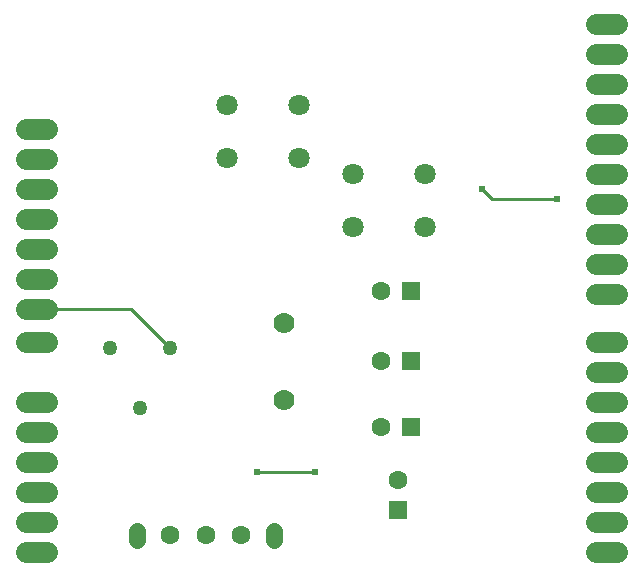
<source format=gbl>
G04 Layer: BottomLayer*
G04 EasyEDA v6.4.25, 2021-11-23T19:48:26+05:30*
G04 6deea0fc31d746a092a9f6c351e50df0,9f4002972f33485ea6085689b454d61d,10*
G04 Gerber Generator version 0.2*
G04 Scale: 100 percent, Rotated: No, Reflected: No *
G04 Dimensions in millimeters *
G04 leading zeros omitted , absolute positions ,4 integer and 5 decimal *
%FSLAX45Y45*%
%MOMM*%

%ADD10C,0.2540*%
%ADD11C,0.6096*%
%ADD13C,1.7780*%
%ADD14C,1.2700*%
%ADD15C,1.8000*%
%ADD16C,1.6000*%
%ADD17R,1.6000X1.6000*%
%ADD18C,1.4000*%

%LPD*%
D10*
X2654300Y2679700D02*
G01*
X3149600Y2679700D01*
X1917700Y3733800D02*
G01*
X1587500Y4064000D01*
X787400Y4064000D01*
X4559300Y5080000D02*
G01*
X4648200Y4991100D01*
X5194300Y4991100D01*
D13*
G01*
X2882900Y3294379D03*
G01*
X2882900Y3944620D03*
D14*
G01*
X1409700Y3733800D03*
G01*
X1917700Y3733800D03*
G01*
X1663700Y3225800D03*
D15*
G01*
X3010103Y5337606D03*
G01*
X2400096Y5337606D03*
G01*
X3010103Y5787593D03*
G01*
X2400096Y5787593D03*
G01*
X4076903Y4753406D03*
G01*
X3466896Y4753406D03*
G01*
X4076903Y5203393D03*
G01*
X3466896Y5203393D03*
D16*
G01*
X2522499Y2146300D03*
G01*
X2222500Y2146300D03*
G01*
X1922500Y2146300D03*
D17*
G01*
X3962400Y4216400D03*
D16*
G01*
X3708400Y4216400D03*
D17*
G01*
X3962400Y3619500D03*
D16*
G01*
X3708400Y3619500D03*
D17*
G01*
X3962400Y3060700D03*
D16*
G01*
X3708400Y3060700D03*
D17*
G01*
X3848100Y2362200D03*
D16*
G01*
X3848100Y2616200D03*
D11*
G01*
X3149600Y2679700D03*
G01*
X2654300Y2679700D03*
G01*
X4559300Y5080000D03*
G01*
X5194300Y4991100D03*
D13*
X876300Y5080000D02*
G01*
X698500Y5080000D01*
X876300Y4826000D02*
G01*
X698500Y4826000D01*
X876300Y4572000D02*
G01*
X698500Y4572000D01*
X876300Y4318000D02*
G01*
X698500Y4318000D01*
X876300Y4064000D02*
G01*
X698500Y4064000D01*
X876300Y3784600D02*
G01*
X698500Y3784600D01*
X876300Y3276600D02*
G01*
X698500Y3276600D01*
X876300Y3022600D02*
G01*
X698500Y3022600D01*
X876300Y2768600D02*
G01*
X698500Y2768600D01*
X876300Y2514600D02*
G01*
X698500Y2514600D01*
X876300Y2260600D02*
G01*
X698500Y2260600D01*
X876300Y2006600D02*
G01*
X698500Y2006600D01*
X5702300Y2006600D02*
G01*
X5524500Y2006600D01*
X5702300Y2260600D02*
G01*
X5524500Y2260600D01*
X5702300Y2514600D02*
G01*
X5524500Y2514600D01*
X5702300Y2768600D02*
G01*
X5524500Y2768600D01*
X5702300Y3022600D02*
G01*
X5524500Y3022600D01*
X5702300Y3276600D02*
G01*
X5524500Y3276600D01*
X5702300Y3530600D02*
G01*
X5524500Y3530600D01*
X5702300Y3784600D02*
G01*
X5524500Y3784600D01*
X5702300Y4191000D02*
G01*
X5524500Y4191000D01*
X5702300Y4445000D02*
G01*
X5524500Y4445000D01*
X5702300Y4699000D02*
G01*
X5524500Y4699000D01*
X5702300Y4953000D02*
G01*
X5524500Y4953000D01*
X5702300Y5207000D02*
G01*
X5524500Y5207000D01*
X5702300Y5461000D02*
G01*
X5524500Y5461000D01*
X5702300Y5715000D02*
G01*
X5524500Y5715000D01*
X5702300Y5969000D02*
G01*
X5524500Y5969000D01*
X5702300Y6223000D02*
G01*
X5524500Y6223000D01*
X5702300Y6477000D02*
G01*
X5524500Y6477000D01*
X876300Y5334000D02*
G01*
X698500Y5334000D01*
X876300Y5588000D02*
G01*
X698500Y5588000D01*
D18*
X1642490Y2106300D02*
G01*
X1642490Y2186299D01*
X2802483Y2106300D02*
G01*
X2802483Y2186299D01*
M02*

</source>
